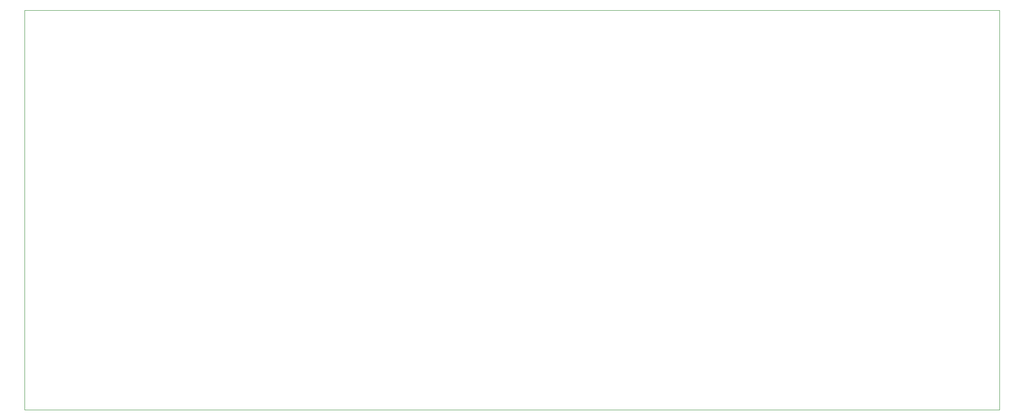
<source format=gbr>
%TF.GenerationSoftware,KiCad,Pcbnew,5.99.0+really5.1.10+dfsg1-1*%
%TF.CreationDate,2021-12-05T23:28:57+01:00*%
%TF.ProjectId,RiserCard,52697365-7243-4617-9264-2e6b69636164,rev?*%
%TF.SameCoordinates,Original*%
%TF.FileFunction,Profile,NP*%
%FSLAX46Y46*%
G04 Gerber Fmt 4.6, Leading zero omitted, Abs format (unit mm)*
G04 Created by KiCad (PCBNEW 5.99.0+really5.1.10+dfsg1-1) date 2021-12-05 23:28:57*
%MOMM*%
%LPD*%
G01*
G04 APERTURE LIST*
%TA.AperFunction,Profile*%
%ADD10C,0.050000*%
%TD*%
G04 APERTURE END LIST*
D10*
X225000000Y-40000000D02*
X40000000Y-40000000D01*
X225000000Y-116000000D02*
X225000000Y-40000000D01*
X40000000Y-116000000D02*
X225000000Y-116000000D01*
X40000000Y-40000000D02*
X40000000Y-116000000D01*
M02*

</source>
